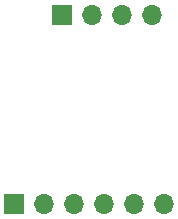
<source format=gbr>
%TF.GenerationSoftware,KiCad,Pcbnew,(6.0.6)*%
%TF.CreationDate,2023-12-09T00:18:58+03:00*%
%TF.ProjectId,GrandStationKicad,4772616e-6453-4746-9174-696f6e4b6963,rev?*%
%TF.SameCoordinates,Original*%
%TF.FileFunction,Soldermask,Bot*%
%TF.FilePolarity,Negative*%
%FSLAX46Y46*%
G04 Gerber Fmt 4.6, Leading zero omitted, Abs format (unit mm)*
G04 Created by KiCad (PCBNEW (6.0.6)) date 2023-12-09 00:18:58*
%MOMM*%
%LPD*%
G01*
G04 APERTURE LIST*
%ADD10R,1.700000X1.700000*%
%ADD11O,1.700000X1.700000*%
G04 APERTURE END LIST*
D10*
%TO.C,J2*%
X186700000Y-93475000D03*
D11*
X189240000Y-93475000D03*
X191780000Y-93475000D03*
X194320000Y-93475000D03*
%TD*%
D10*
%TO.C,J1*%
X182675000Y-109475000D03*
D11*
X185215000Y-109475000D03*
X187755000Y-109475000D03*
X190295000Y-109475000D03*
X192835000Y-109475000D03*
X195375000Y-109475000D03*
%TD*%
M02*

</source>
